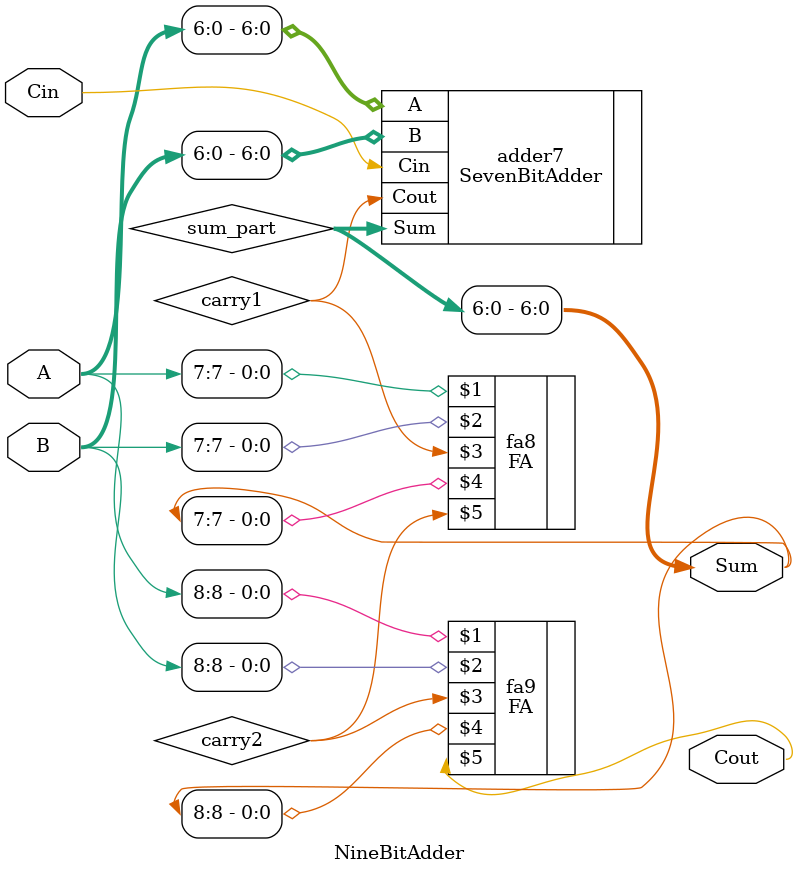
<source format=v>
module NineBitAdder (
    input [8:0] A,    // 9-bit input A
    input [8:0] B,    // 9-bit input B
    input Cin,
    output [8:0] Sum,  // 9-bit sum output
    output Cout        // Carry-out
);

    wire [6:0] sum_part;
    wire carry1, carry2;

    // Use the 7-bit adder
    SevenBitAdder adder7 (.A(A[6:0]), .B(B[6:0]), .Cin(Cin), .Sum(sum_part), .Cout(carry1));

    // Use two 1-bit adders for the remaining bits
    FA fa8 (A[7], B[7], carry1, Sum[7], carry2);
    FA fa9 (A[8], B[8], carry2, Sum[8], Cout);

    // Concatenate the results
	  assign Sum[6:0] = sum_part;

endmodule

</source>
